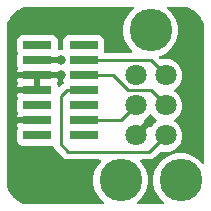
<source format=gbr>
%TF.GenerationSoftware,KiCad,Pcbnew,(6.0.5)*%
%TF.CreationDate,2022-06-03T16:10:37+02:00*%
%TF.ProjectId,sldrlss_stlink,736c6472-6c73-4735-9f73-746c696e6b2e,rev?*%
%TF.SameCoordinates,Original*%
%TF.FileFunction,Copper,L1,Top*%
%TF.FilePolarity,Positive*%
%FSLAX46Y46*%
G04 Gerber Fmt 4.6, Leading zero omitted, Abs format (unit mm)*
G04 Created by KiCad (PCBNEW (6.0.5)) date 2022-06-03 16:10:37*
%MOMM*%
%LPD*%
G01*
G04 APERTURE LIST*
%TA.AperFunction,SMDPad,CuDef*%
%ADD10R,2.400000X0.740000*%
%TD*%
%TA.AperFunction,ComponentPad*%
%ADD11C,3.600000*%
%TD*%
%TA.AperFunction,ComponentPad*%
%ADD12C,1.800000*%
%TD*%
%TA.AperFunction,ViaPad*%
%ADD13C,0.800000*%
%TD*%
%TA.AperFunction,Conductor*%
%ADD14C,0.500000*%
%TD*%
%TA.AperFunction,Conductor*%
%ADD15C,0.250000*%
%TD*%
G04 APERTURE END LIST*
D10*
%TO.P,J2,1,Pin_1*%
%TO.N,unconnected-(J2-Pad1)*%
X99650000Y-45720000D03*
%TO.P,J2,2,Pin_2*%
%TO.N,unconnected-(J2-Pad2)*%
X103550000Y-45720000D03*
%TO.P,J2,3,Pin_3*%
%TO.N,VCC*%
X99650000Y-46990000D03*
%TO.P,J2,4,Pin_4*%
%TO.N,SWDIO*%
X103550000Y-46990000D03*
%TO.P,J2,5,Pin_5*%
%TO.N,GND*%
X99650000Y-48260000D03*
%TO.P,J2,6,Pin_6*%
%TO.N,SWCLK*%
X103550000Y-48260000D03*
%TO.P,J2,7,Pin_7*%
%TO.N,GND*%
X99650000Y-49530000D03*
%TO.P,J2,8,Pin_8*%
%TO.N,SWO*%
X103550000Y-49530000D03*
%TO.P,J2,9,Pin_9*%
%TO.N,unconnected-(J2-Pad9)*%
X99650000Y-50800000D03*
%TO.P,J2,10,Pin_10*%
%TO.N,unconnected-(J2-Pad10)*%
X103550000Y-50800000D03*
%TO.P,J2,11,Pin_11*%
%TO.N,GND*%
X99650000Y-52070000D03*
%TO.P,J2,12,Pin_12*%
%TO.N,NRST*%
X103550000Y-52070000D03*
%TO.P,J2,13,Pin_13*%
%TO.N,unconnected-(J2-Pad13)*%
X99650000Y-53340000D03*
%TO.P,J2,14,Pin_14*%
%TO.N,unconnected-(J2-Pad14)*%
X103550000Y-53340000D03*
%TD*%
D11*
%TO.P,J1,*%
%TO.N,*%
X106680000Y-57150000D03*
X111760000Y-57150000D03*
X109220000Y-44450000D03*
D12*
%TO.P,J1,1,Pin_1*%
%TO.N,VCC*%
X107950000Y-48260000D03*
%TO.P,J1,2,Pin_2*%
%TO.N,SWDIO*%
X110490000Y-48260000D03*
%TO.P,J1,3,Pin_3*%
%TO.N,NRST*%
X107950000Y-50800000D03*
%TO.P,J1,4,Pin_4*%
%TO.N,SWCLK*%
X110490000Y-50800000D03*
%TO.P,J1,5,Pin_5*%
%TO.N,GND*%
X107950000Y-53340000D03*
%TO.P,J1,6,Pin_6*%
%TO.N,SWO*%
X110490000Y-53340000D03*
%TD*%
D13*
%TO.N,VCC*%
X101600000Y-46990000D03*
%TO.N,GND*%
X97536000Y-52070000D03*
X112395000Y-45720000D03*
X101600000Y-48260000D03*
X97536000Y-49530000D03*
X97536000Y-48260000D03*
%TD*%
D14*
%TO.N,VCC*%
X101600000Y-46990000D02*
X99650000Y-46990000D01*
D15*
%TO.N,SWDIO*%
X103550000Y-46990000D02*
X109220000Y-46990000D01*
X109220000Y-46990000D02*
X110490000Y-48260000D01*
%TO.N,NRST*%
X103550000Y-52070000D02*
X106680000Y-52070000D01*
X106680000Y-52070000D02*
X107950000Y-50800000D01*
%TO.N,SWCLK*%
X110490000Y-50800000D02*
X109220000Y-49530000D01*
X109220000Y-49530000D02*
X107315000Y-49530000D01*
X107315000Y-49530000D02*
X106045000Y-48260000D01*
X106045000Y-48260000D02*
X103550000Y-48260000D01*
%TO.N,SWO*%
X101600000Y-54102000D02*
X102235000Y-54737000D01*
X103550000Y-49530000D02*
X102108000Y-49530000D01*
X109093000Y-54737000D02*
X110490000Y-53340000D01*
X102108000Y-49530000D02*
X101600000Y-50038000D01*
X102235000Y-54737000D02*
X109093000Y-54737000D01*
X101600000Y-50038000D02*
X101600000Y-54102000D01*
%TD*%
%TA.AperFunction,Conductor*%
%TO.N,GND*%
G36*
X107768631Y-42438502D02*
G01*
X107815124Y-42492158D01*
X107825228Y-42562432D01*
X107795734Y-42627012D01*
X107783590Y-42639230D01*
X107584142Y-42814142D01*
X107581433Y-42817231D01*
X107387332Y-43038559D01*
X107387328Y-43038565D01*
X107384614Y-43041659D01*
X107216491Y-43293274D01*
X107082648Y-43564680D01*
X106985376Y-43851234D01*
X106984573Y-43855273D01*
X106984571Y-43855279D01*
X106927143Y-44143991D01*
X106926339Y-44148034D01*
X106926070Y-44152145D01*
X106926069Y-44152149D01*
X106909284Y-44408236D01*
X106906547Y-44450000D01*
X106926339Y-44751966D01*
X106927143Y-44756006D01*
X106927143Y-44756009D01*
X106971968Y-44981358D01*
X106985376Y-45048766D01*
X107082648Y-45335320D01*
X107216491Y-45606726D01*
X107384614Y-45858341D01*
X107387328Y-45861435D01*
X107387332Y-45861441D01*
X107570358Y-46070140D01*
X107584142Y-46085858D01*
X107587231Y-46088567D01*
X107587239Y-46088575D01*
X107641053Y-46135769D01*
X107679080Y-46195722D01*
X107678658Y-46266717D01*
X107639919Y-46326214D01*
X107575164Y-46355322D01*
X107557975Y-46356500D01*
X105373067Y-46356500D01*
X105304946Y-46336498D01*
X105258453Y-46282842D01*
X105248349Y-46212568D01*
X105249585Y-46206079D01*
X105251745Y-46200316D01*
X105258500Y-46138134D01*
X105258500Y-45301866D01*
X105251745Y-45239684D01*
X105200615Y-45103295D01*
X105113261Y-44986739D01*
X104996705Y-44899385D01*
X104860316Y-44848255D01*
X104798134Y-44841500D01*
X102301866Y-44841500D01*
X102239684Y-44848255D01*
X102103295Y-44899385D01*
X101986739Y-44986739D01*
X101899385Y-45103295D01*
X101848255Y-45239684D01*
X101841500Y-45301866D01*
X101841500Y-45957603D01*
X101821498Y-46025724D01*
X101767842Y-46072217D01*
X101702332Y-46082913D01*
X101701942Y-46082872D01*
X101695487Y-46081500D01*
X101504513Y-46081500D01*
X101498058Y-46082872D01*
X101497668Y-46082913D01*
X101427830Y-46070140D01*
X101375984Y-46021637D01*
X101358500Y-45957603D01*
X101358500Y-45301866D01*
X101351745Y-45239684D01*
X101300615Y-45103295D01*
X101213261Y-44986739D01*
X101096705Y-44899385D01*
X100960316Y-44848255D01*
X100898134Y-44841500D01*
X98401866Y-44841500D01*
X98339684Y-44848255D01*
X98203295Y-44899385D01*
X98086739Y-44986739D01*
X97999385Y-45103295D01*
X97948255Y-45239684D01*
X97941500Y-45301866D01*
X97941500Y-46138134D01*
X97948255Y-46200316D01*
X97951027Y-46207712D01*
X97951029Y-46207718D01*
X97989662Y-46310771D01*
X97994845Y-46381578D01*
X97989662Y-46399229D01*
X97951029Y-46502282D01*
X97951027Y-46502288D01*
X97948255Y-46509684D01*
X97941500Y-46571866D01*
X97941500Y-47408134D01*
X97948255Y-47470316D01*
X97951027Y-47477712D01*
X97951029Y-47477718D01*
X97989929Y-47581483D01*
X97995112Y-47652290D01*
X97989929Y-47669941D01*
X97951522Y-47772391D01*
X97947895Y-47787649D01*
X97942369Y-47838514D01*
X97942000Y-47845328D01*
X97942000Y-47987885D01*
X97946475Y-48003124D01*
X97947865Y-48004329D01*
X97955548Y-48006000D01*
X101339884Y-48006000D01*
X101355123Y-48001525D01*
X101356328Y-48000135D01*
X101357402Y-47995197D01*
X101391427Y-47932884D01*
X101453739Y-47898859D01*
X101493691Y-47896669D01*
X101498058Y-47897128D01*
X101504513Y-47898500D01*
X101695487Y-47898500D01*
X101701942Y-47897128D01*
X101702332Y-47897087D01*
X101772170Y-47909860D01*
X101824016Y-47958363D01*
X101841500Y-48022397D01*
X101841500Y-48678134D01*
X101848255Y-48740316D01*
X101851029Y-48747715D01*
X101873764Y-48808361D01*
X101878947Y-48879169D01*
X101845026Y-48941538D01*
X101813804Y-48962079D01*
X101814701Y-48963711D01*
X101807757Y-48967529D01*
X101800383Y-48970448D01*
X101793967Y-48975109D01*
X101793966Y-48975110D01*
X101764625Y-48996428D01*
X101754701Y-49002947D01*
X101723460Y-49021422D01*
X101723455Y-49021426D01*
X101716637Y-49025458D01*
X101702313Y-49039782D01*
X101687281Y-49052621D01*
X101670893Y-49064528D01*
X101644875Y-49095978D01*
X101642712Y-49098593D01*
X101634722Y-49107373D01*
X101570626Y-49171469D01*
X101508314Y-49205495D01*
X101437499Y-49200430D01*
X101380663Y-49157883D01*
X101356268Y-49095978D01*
X101352105Y-49057648D01*
X101348478Y-49042394D01*
X101309804Y-48939229D01*
X101304621Y-48868422D01*
X101309804Y-48850771D01*
X101348478Y-48747609D01*
X101352105Y-48732351D01*
X101357631Y-48681486D01*
X101358000Y-48674672D01*
X101358000Y-48532115D01*
X101353525Y-48516876D01*
X101352135Y-48515671D01*
X101344452Y-48514000D01*
X99922115Y-48514000D01*
X99906876Y-48518475D01*
X99905671Y-48519865D01*
X99904000Y-48527548D01*
X99904000Y-49658000D01*
X99883998Y-49726121D01*
X99830342Y-49772614D01*
X99778000Y-49784000D01*
X97960116Y-49784000D01*
X97944877Y-49788475D01*
X97943672Y-49789865D01*
X97942001Y-49797548D01*
X97942001Y-49944669D01*
X97942371Y-49951490D01*
X97947895Y-50002352D01*
X97951522Y-50017607D01*
X97989929Y-50120059D01*
X97995112Y-50190866D01*
X97989929Y-50208517D01*
X97951029Y-50312282D01*
X97951027Y-50312288D01*
X97948255Y-50319684D01*
X97941500Y-50381866D01*
X97941500Y-51218134D01*
X97948255Y-51280316D01*
X97951027Y-51287712D01*
X97951029Y-51287718D01*
X97989929Y-51391483D01*
X97995112Y-51462290D01*
X97989929Y-51479941D01*
X97951522Y-51582391D01*
X97947895Y-51597649D01*
X97942369Y-51648514D01*
X97942000Y-51655328D01*
X97942000Y-51797885D01*
X97946475Y-51813124D01*
X97947865Y-51814329D01*
X97955548Y-51816000D01*
X99778000Y-51816000D01*
X99846121Y-51836002D01*
X99892614Y-51889658D01*
X99904000Y-51942000D01*
X99904000Y-52198000D01*
X99883998Y-52266121D01*
X99830342Y-52312614D01*
X99778000Y-52324000D01*
X97960116Y-52324000D01*
X97944877Y-52328475D01*
X97943672Y-52329865D01*
X97942001Y-52337548D01*
X97942001Y-52484669D01*
X97942371Y-52491490D01*
X97947895Y-52542352D01*
X97951522Y-52557607D01*
X97989929Y-52660059D01*
X97995112Y-52730866D01*
X97989929Y-52748517D01*
X97951029Y-52852282D01*
X97951027Y-52852288D01*
X97948255Y-52859684D01*
X97941500Y-52921866D01*
X97941500Y-53758134D01*
X97948255Y-53820316D01*
X97999385Y-53956705D01*
X98086739Y-54073261D01*
X98203295Y-54160615D01*
X98339684Y-54211745D01*
X98401866Y-54218500D01*
X100879150Y-54218500D01*
X100947271Y-54238502D01*
X100996308Y-54298131D01*
X100997810Y-54301926D01*
X101001649Y-54313142D01*
X101013982Y-54355593D01*
X101018015Y-54362412D01*
X101018017Y-54362417D01*
X101024293Y-54373028D01*
X101032988Y-54390776D01*
X101040448Y-54409617D01*
X101045110Y-54416033D01*
X101045110Y-54416034D01*
X101066436Y-54445387D01*
X101072952Y-54455307D01*
X101095458Y-54493362D01*
X101109779Y-54507683D01*
X101122619Y-54522716D01*
X101134528Y-54539107D01*
X101140634Y-54544158D01*
X101168605Y-54567298D01*
X101177384Y-54575288D01*
X101731343Y-55129247D01*
X101738887Y-55137537D01*
X101743000Y-55144018D01*
X101748777Y-55149443D01*
X101792667Y-55190658D01*
X101795509Y-55193413D01*
X101815231Y-55213135D01*
X101818355Y-55215558D01*
X101818359Y-55215562D01*
X101818424Y-55215612D01*
X101827445Y-55223317D01*
X101859679Y-55253586D01*
X101866627Y-55257405D01*
X101866629Y-55257407D01*
X101877432Y-55263346D01*
X101893959Y-55274202D01*
X101903698Y-55281757D01*
X101903700Y-55281758D01*
X101909960Y-55286614D01*
X101950540Y-55304174D01*
X101961188Y-55309391D01*
X101985976Y-55323018D01*
X101999940Y-55330695D01*
X102007616Y-55332666D01*
X102007619Y-55332667D01*
X102019562Y-55335733D01*
X102038267Y-55342137D01*
X102056855Y-55350181D01*
X102064678Y-55351420D01*
X102064688Y-55351423D01*
X102100524Y-55357099D01*
X102112144Y-55359505D01*
X102143959Y-55367673D01*
X102154970Y-55370500D01*
X102175224Y-55370500D01*
X102194934Y-55372051D01*
X102214943Y-55375220D01*
X102222835Y-55374474D01*
X102241580Y-55372702D01*
X102258962Y-55371059D01*
X102270819Y-55370500D01*
X104892024Y-55370500D01*
X104960145Y-55390502D01*
X105006638Y-55444158D01*
X105016742Y-55514432D01*
X104986756Y-55579578D01*
X104847332Y-55738559D01*
X104847328Y-55738565D01*
X104844614Y-55741659D01*
X104676491Y-55993274D01*
X104542648Y-56264680D01*
X104445376Y-56551234D01*
X104386339Y-56848034D01*
X104366547Y-57150000D01*
X104366817Y-57154119D01*
X104384458Y-57423262D01*
X104386339Y-57451966D01*
X104387143Y-57456006D01*
X104387143Y-57456009D01*
X104432417Y-57683614D01*
X104445376Y-57748766D01*
X104542648Y-58035320D01*
X104676491Y-58306726D01*
X104844614Y-58558341D01*
X104847328Y-58561435D01*
X104847332Y-58561441D01*
X105018180Y-58756254D01*
X105044142Y-58785858D01*
X105184936Y-58909331D01*
X105243588Y-58960768D01*
X105281615Y-59020722D01*
X105281193Y-59091717D01*
X105242454Y-59151214D01*
X105177699Y-59180322D01*
X105160510Y-59181500D01*
X99109367Y-59181500D01*
X99089982Y-59180000D01*
X99075149Y-59177690D01*
X99075145Y-59177690D01*
X99066276Y-59176309D01*
X99057374Y-59177473D01*
X99057371Y-59177473D01*
X99049988Y-59178439D01*
X99025409Y-59179233D01*
X98980799Y-59176309D01*
X98803078Y-59164660D01*
X98786738Y-59162509D01*
X98664523Y-59138199D01*
X98542304Y-59113888D01*
X98526394Y-59109625D01*
X98290398Y-59029515D01*
X98275174Y-59023209D01*
X98051658Y-58912984D01*
X98037384Y-58904743D01*
X97830171Y-58766287D01*
X97817095Y-58756254D01*
X97629722Y-58591932D01*
X97618068Y-58580278D01*
X97453746Y-58392905D01*
X97443713Y-58379829D01*
X97305257Y-58172616D01*
X97297016Y-58158342D01*
X97186791Y-57934826D01*
X97180484Y-57919600D01*
X97123820Y-57752673D01*
X97100375Y-57683606D01*
X97096111Y-57667693D01*
X97047491Y-57423262D01*
X97045340Y-57406922D01*
X97031476Y-57195407D01*
X97032650Y-57172232D01*
X97032334Y-57172204D01*
X97032770Y-57167344D01*
X97033576Y-57162552D01*
X97033729Y-57150000D01*
X97029773Y-57122376D01*
X97028500Y-57104514D01*
X97028500Y-49257885D01*
X97942000Y-49257885D01*
X97946475Y-49273124D01*
X97947865Y-49274329D01*
X97955548Y-49276000D01*
X99377885Y-49276000D01*
X99393124Y-49271525D01*
X99394329Y-49270135D01*
X99396000Y-49262452D01*
X99396000Y-48532115D01*
X99391525Y-48516876D01*
X99390135Y-48515671D01*
X99382452Y-48514000D01*
X97960116Y-48514000D01*
X97944877Y-48518475D01*
X97943672Y-48519865D01*
X97942001Y-48527548D01*
X97942001Y-48674669D01*
X97942371Y-48681490D01*
X97947895Y-48732352D01*
X97951522Y-48747606D01*
X97990196Y-48850771D01*
X97995379Y-48921578D01*
X97990196Y-48939229D01*
X97951522Y-49042391D01*
X97947895Y-49057649D01*
X97942369Y-49108514D01*
X97942000Y-49115328D01*
X97942000Y-49257885D01*
X97028500Y-49257885D01*
X97028500Y-44503250D01*
X97030246Y-44482345D01*
X97032770Y-44467344D01*
X97032770Y-44467341D01*
X97033576Y-44462552D01*
X97033729Y-44450000D01*
X97032003Y-44437947D01*
X97031001Y-44411845D01*
X97045340Y-44193078D01*
X97047491Y-44176738D01*
X97096111Y-43932307D01*
X97100375Y-43916394D01*
X97180485Y-43680398D01*
X97186791Y-43665174D01*
X97297016Y-43441658D01*
X97305257Y-43427384D01*
X97443713Y-43220171D01*
X97453746Y-43207095D01*
X97618068Y-43019722D01*
X97629722Y-43008068D01*
X97817095Y-42843746D01*
X97830171Y-42833713D01*
X98037384Y-42695257D01*
X98051658Y-42687016D01*
X98275174Y-42576791D01*
X98290400Y-42570484D01*
X98526394Y-42490375D01*
X98542304Y-42486112D01*
X98664522Y-42461801D01*
X98786738Y-42437491D01*
X98803078Y-42435340D01*
X98951866Y-42425587D01*
X99018237Y-42421237D01*
X99041350Y-42422267D01*
X99044854Y-42422310D01*
X99053724Y-42423691D01*
X99062626Y-42422527D01*
X99062628Y-42422527D01*
X99079449Y-42420327D01*
X99085286Y-42419564D01*
X99101621Y-42418500D01*
X107700510Y-42418500D01*
X107768631Y-42438502D01*
G37*
%TD.AperFunction*%
%TA.AperFunction,Conductor*%
G36*
X111730018Y-42420000D02*
G01*
X111744851Y-42422310D01*
X111744855Y-42422310D01*
X111753724Y-42423691D01*
X111762626Y-42422527D01*
X111762629Y-42422527D01*
X111770012Y-42421561D01*
X111794591Y-42420767D01*
X111821442Y-42422527D01*
X112016922Y-42435340D01*
X112033262Y-42437491D01*
X112155477Y-42461801D01*
X112277696Y-42486112D01*
X112293606Y-42490375D01*
X112529600Y-42570484D01*
X112544826Y-42576791D01*
X112768342Y-42687016D01*
X112782616Y-42695257D01*
X112989829Y-42833713D01*
X113002905Y-42843746D01*
X113190278Y-43008068D01*
X113201932Y-43019722D01*
X113366254Y-43207095D01*
X113376287Y-43220171D01*
X113514743Y-43427384D01*
X113522984Y-43441658D01*
X113633209Y-43665174D01*
X113639515Y-43680398D01*
X113719625Y-43916394D01*
X113723889Y-43932307D01*
X113772509Y-44176738D01*
X113774660Y-44193078D01*
X113788763Y-44408236D01*
X113787733Y-44431350D01*
X113787690Y-44434854D01*
X113786309Y-44443724D01*
X113787473Y-44452626D01*
X113787473Y-44452628D01*
X113790436Y-44475283D01*
X113791500Y-44491621D01*
X113791500Y-55630510D01*
X113771498Y-55698631D01*
X113717842Y-55745124D01*
X113647568Y-55755228D01*
X113582988Y-55725734D01*
X113570768Y-55713588D01*
X113398567Y-55517231D01*
X113395858Y-55514142D01*
X113316057Y-55444158D01*
X113171441Y-55317332D01*
X113171435Y-55317328D01*
X113168341Y-55314614D01*
X113164911Y-55312322D01*
X113164910Y-55312321D01*
X112920160Y-55148785D01*
X112916727Y-55146491D01*
X112913028Y-55144667D01*
X112913023Y-55144664D01*
X112773692Y-55075954D01*
X112645320Y-55012648D01*
X112641414Y-55011322D01*
X112362673Y-54916702D01*
X112362670Y-54916701D01*
X112358766Y-54915376D01*
X112354727Y-54914573D01*
X112354721Y-54914571D01*
X112066009Y-54857143D01*
X112066006Y-54857143D01*
X112061966Y-54856339D01*
X112057855Y-54856070D01*
X112057851Y-54856069D01*
X111764119Y-54836817D01*
X111760000Y-54836547D01*
X111755881Y-54836817D01*
X111462149Y-54856069D01*
X111462145Y-54856070D01*
X111458034Y-54856339D01*
X111453994Y-54857143D01*
X111453991Y-54857143D01*
X111165279Y-54914571D01*
X111165273Y-54914573D01*
X111161234Y-54915376D01*
X111157330Y-54916701D01*
X111157327Y-54916702D01*
X110878586Y-55011322D01*
X110874680Y-55012648D01*
X110746442Y-55075888D01*
X110606978Y-55144664D01*
X110606973Y-55144667D01*
X110603274Y-55146491D01*
X110351659Y-55314614D01*
X110348565Y-55317328D01*
X110348559Y-55317332D01*
X110203943Y-55444158D01*
X110124142Y-55514142D01*
X110121433Y-55517231D01*
X109927332Y-55738559D01*
X109927328Y-55738565D01*
X109924614Y-55741659D01*
X109756491Y-55993274D01*
X109622648Y-56264680D01*
X109525376Y-56551234D01*
X109466339Y-56848034D01*
X109446547Y-57150000D01*
X109446817Y-57154119D01*
X109464458Y-57423262D01*
X109466339Y-57451966D01*
X109467143Y-57456006D01*
X109467143Y-57456009D01*
X109512417Y-57683614D01*
X109525376Y-57748766D01*
X109622648Y-58035320D01*
X109756491Y-58306726D01*
X109924614Y-58558341D01*
X109927328Y-58561435D01*
X109927332Y-58561441D01*
X110098180Y-58756254D01*
X110124142Y-58785858D01*
X110264936Y-58909331D01*
X110323588Y-58960768D01*
X110361615Y-59020722D01*
X110361193Y-59091717D01*
X110322454Y-59151214D01*
X110257699Y-59180322D01*
X110240510Y-59181500D01*
X108199490Y-59181500D01*
X108131369Y-59161498D01*
X108084876Y-59107842D01*
X108074772Y-59037568D01*
X108104266Y-58972988D01*
X108116412Y-58960768D01*
X108175065Y-58909331D01*
X108315858Y-58785858D01*
X108341820Y-58756254D01*
X108512668Y-58561441D01*
X108512672Y-58561435D01*
X108515386Y-58558341D01*
X108683509Y-58306726D01*
X108817352Y-58035320D01*
X108914624Y-57748766D01*
X108927584Y-57683614D01*
X108972857Y-57456009D01*
X108972857Y-57456006D01*
X108973661Y-57451966D01*
X108975543Y-57423262D01*
X108993183Y-57154119D01*
X108993453Y-57150000D01*
X108973661Y-56848034D01*
X108914624Y-56551234D01*
X108817352Y-56264680D01*
X108683509Y-55993274D01*
X108515386Y-55741659D01*
X108512672Y-55738565D01*
X108512668Y-55738559D01*
X108373244Y-55579578D01*
X108343367Y-55515174D01*
X108353053Y-55444841D01*
X108399225Y-55390909D01*
X108467976Y-55370500D01*
X109014233Y-55370500D01*
X109025416Y-55371027D01*
X109032909Y-55372702D01*
X109040835Y-55372453D01*
X109040836Y-55372453D01*
X109100986Y-55370562D01*
X109104945Y-55370500D01*
X109132856Y-55370500D01*
X109136791Y-55370003D01*
X109136856Y-55369995D01*
X109148693Y-55369062D01*
X109180951Y-55368048D01*
X109184970Y-55367922D01*
X109192889Y-55367673D01*
X109212343Y-55362021D01*
X109231700Y-55358013D01*
X109243930Y-55356468D01*
X109243931Y-55356468D01*
X109251797Y-55355474D01*
X109259168Y-55352555D01*
X109259170Y-55352555D01*
X109292912Y-55339196D01*
X109304142Y-55335351D01*
X109338983Y-55325229D01*
X109338984Y-55325229D01*
X109346593Y-55323018D01*
X109353412Y-55318985D01*
X109353417Y-55318983D01*
X109364028Y-55312707D01*
X109381776Y-55304012D01*
X109400617Y-55296552D01*
X109436387Y-55270564D01*
X109446307Y-55264048D01*
X109477535Y-55245580D01*
X109477538Y-55245578D01*
X109484362Y-55241542D01*
X109498683Y-55227221D01*
X109513717Y-55214380D01*
X109515431Y-55213135D01*
X109530107Y-55202472D01*
X109558298Y-55168395D01*
X109566288Y-55159616D01*
X109992148Y-54733756D01*
X110054460Y-54699730D01*
X110106363Y-54699380D01*
X110212414Y-54720956D01*
X110322656Y-54743385D01*
X110453324Y-54748176D01*
X110548949Y-54751683D01*
X110548953Y-54751683D01*
X110554113Y-54751872D01*
X110559233Y-54751216D01*
X110559235Y-54751216D01*
X110632270Y-54741860D01*
X110783847Y-54722442D01*
X110788795Y-54720957D01*
X110788802Y-54720956D01*
X111000747Y-54657369D01*
X111005690Y-54655886D01*
X111010324Y-54653616D01*
X111209049Y-54556262D01*
X111209052Y-54556260D01*
X111213684Y-54553991D01*
X111402243Y-54419494D01*
X111566303Y-54256005D01*
X111701458Y-54067917D01*
X111768005Y-53933270D01*
X111801784Y-53864922D01*
X111801785Y-53864920D01*
X111804078Y-53860280D01*
X111871408Y-53638671D01*
X111901640Y-53409041D01*
X111903327Y-53340000D01*
X111896002Y-53250905D01*
X111884773Y-53114318D01*
X111884772Y-53114312D01*
X111884349Y-53109167D01*
X111838161Y-52925283D01*
X111829184Y-52889544D01*
X111829183Y-52889540D01*
X111827925Y-52884533D01*
X111825866Y-52879797D01*
X111737630Y-52676868D01*
X111737628Y-52676865D01*
X111735570Y-52672131D01*
X111609764Y-52477665D01*
X111453887Y-52306358D01*
X111449836Y-52303159D01*
X111449832Y-52303155D01*
X111277077Y-52166722D01*
X111236014Y-52108805D01*
X111232782Y-52037882D01*
X111268407Y-51976470D01*
X111282001Y-51965261D01*
X111285872Y-51962500D01*
X111402243Y-51879494D01*
X111566303Y-51716005D01*
X111701458Y-51527917D01*
X111756525Y-51416498D01*
X111801784Y-51324922D01*
X111801785Y-51324920D01*
X111804078Y-51320280D01*
X111871408Y-51098671D01*
X111901640Y-50869041D01*
X111903327Y-50800000D01*
X111897032Y-50723434D01*
X111884773Y-50574318D01*
X111884772Y-50574312D01*
X111884349Y-50569167D01*
X111838161Y-50385283D01*
X111829184Y-50349544D01*
X111829183Y-50349540D01*
X111827925Y-50344533D01*
X111825866Y-50339797D01*
X111737630Y-50136868D01*
X111737628Y-50136865D01*
X111735570Y-50132131D01*
X111609764Y-49937665D01*
X111453887Y-49766358D01*
X111449836Y-49763159D01*
X111449832Y-49763155D01*
X111277077Y-49626722D01*
X111236014Y-49568805D01*
X111232782Y-49497882D01*
X111268407Y-49436470D01*
X111282001Y-49425261D01*
X111402243Y-49339494D01*
X111566303Y-49176005D01*
X111569563Y-49171469D01*
X111609936Y-49115283D01*
X111701458Y-48987917D01*
X111706486Y-48977745D01*
X111801784Y-48784922D01*
X111801785Y-48784920D01*
X111804078Y-48780280D01*
X111871408Y-48558671D01*
X111901640Y-48329041D01*
X111903327Y-48260000D01*
X111897032Y-48183434D01*
X111884773Y-48034318D01*
X111884772Y-48034312D01*
X111884349Y-48029167D01*
X111851068Y-47896669D01*
X111829184Y-47809544D01*
X111829183Y-47809540D01*
X111827925Y-47804533D01*
X111820584Y-47787649D01*
X111737630Y-47596868D01*
X111737628Y-47596865D01*
X111735570Y-47592131D01*
X111609764Y-47397665D01*
X111453887Y-47226358D01*
X111449836Y-47223159D01*
X111449832Y-47223155D01*
X111276177Y-47086011D01*
X111276172Y-47086008D01*
X111272123Y-47082810D01*
X111267607Y-47080317D01*
X111267604Y-47080315D01*
X111073879Y-46973373D01*
X111073875Y-46973371D01*
X111069355Y-46970876D01*
X111064486Y-46969152D01*
X111064482Y-46969150D01*
X110855903Y-46895288D01*
X110855899Y-46895287D01*
X110851028Y-46893562D01*
X110845935Y-46892655D01*
X110845932Y-46892654D01*
X110628095Y-46853851D01*
X110628089Y-46853850D01*
X110623006Y-46852945D01*
X110550096Y-46852054D01*
X110396581Y-46850179D01*
X110396579Y-46850179D01*
X110391411Y-46850116D01*
X110162464Y-46885150D01*
X110121885Y-46898413D01*
X110050922Y-46900563D01*
X109993647Y-46867742D01*
X109955893Y-46829988D01*
X109921867Y-46767676D01*
X109926932Y-46696861D01*
X109969479Y-46640025D01*
X110004486Y-46621581D01*
X110105320Y-46587352D01*
X110277825Y-46502282D01*
X110373023Y-46455336D01*
X110373028Y-46455333D01*
X110376727Y-46453509D01*
X110457963Y-46399229D01*
X110624910Y-46287679D01*
X110624915Y-46287675D01*
X110628341Y-46285386D01*
X110631435Y-46282672D01*
X110631441Y-46282668D01*
X110852769Y-46088567D01*
X110855858Y-46085858D01*
X110869642Y-46070140D01*
X111052668Y-45861441D01*
X111052672Y-45861435D01*
X111055386Y-45858341D01*
X111223509Y-45606726D01*
X111357352Y-45335320D01*
X111454624Y-45048766D01*
X111468033Y-44981358D01*
X111512857Y-44756009D01*
X111512857Y-44756006D01*
X111513661Y-44751966D01*
X111533453Y-44450000D01*
X111530716Y-44408236D01*
X111513931Y-44152149D01*
X111513930Y-44152145D01*
X111513661Y-44148034D01*
X111512857Y-44143991D01*
X111455429Y-43855279D01*
X111455427Y-43855273D01*
X111454624Y-43851234D01*
X111357352Y-43564680D01*
X111223509Y-43293274D01*
X111055386Y-43041659D01*
X111052672Y-43038565D01*
X111052668Y-43038559D01*
X110858567Y-42817231D01*
X110855858Y-42814142D01*
X110656412Y-42639231D01*
X110618385Y-42579278D01*
X110618807Y-42508283D01*
X110657546Y-42448786D01*
X110722301Y-42419678D01*
X110739490Y-42418500D01*
X111710633Y-42418500D01*
X111730018Y-42420000D01*
G37*
%TD.AperFunction*%
%TA.AperFunction,Conductor*%
G36*
X109306622Y-51572553D02*
G01*
X109326715Y-51597536D01*
X109346800Y-51630313D01*
X109346806Y-51630321D01*
X109349501Y-51634719D01*
X109501147Y-51809784D01*
X109679349Y-51957730D01*
X109683819Y-51960342D01*
X109687511Y-51962500D01*
X109736232Y-52014140D01*
X109749301Y-52083924D01*
X109722566Y-52149694D01*
X109699589Y-52172045D01*
X109574292Y-52266121D01*
X109551655Y-52283117D01*
X109391639Y-52450564D01*
X109333719Y-52535472D01*
X109324002Y-52549716D01*
X109269090Y-52594718D01*
X109198565Y-52602889D01*
X109134819Y-52571634D01*
X109124979Y-52559994D01*
X109108538Y-52545835D01*
X109098973Y-52550238D01*
X108039095Y-53610115D01*
X107976783Y-53644141D01*
X107905967Y-53639076D01*
X107860905Y-53610115D01*
X107679885Y-53429095D01*
X107645859Y-53366783D01*
X107650924Y-53295968D01*
X107679885Y-53250905D01*
X108738990Y-52191799D01*
X108746010Y-52178943D01*
X108738237Y-52168275D01*
X108736655Y-52167025D01*
X108695592Y-52109109D01*
X108692359Y-52038186D01*
X108727983Y-51976774D01*
X108741578Y-51965563D01*
X108774612Y-51942000D01*
X108862243Y-51879494D01*
X109026303Y-51716005D01*
X109029319Y-51711808D01*
X109029326Y-51711800D01*
X109116960Y-51589844D01*
X109172954Y-51546196D01*
X109243658Y-51539750D01*
X109306622Y-51572553D01*
G37*
%TD.AperFunction*%
%TD*%
M02*

</source>
